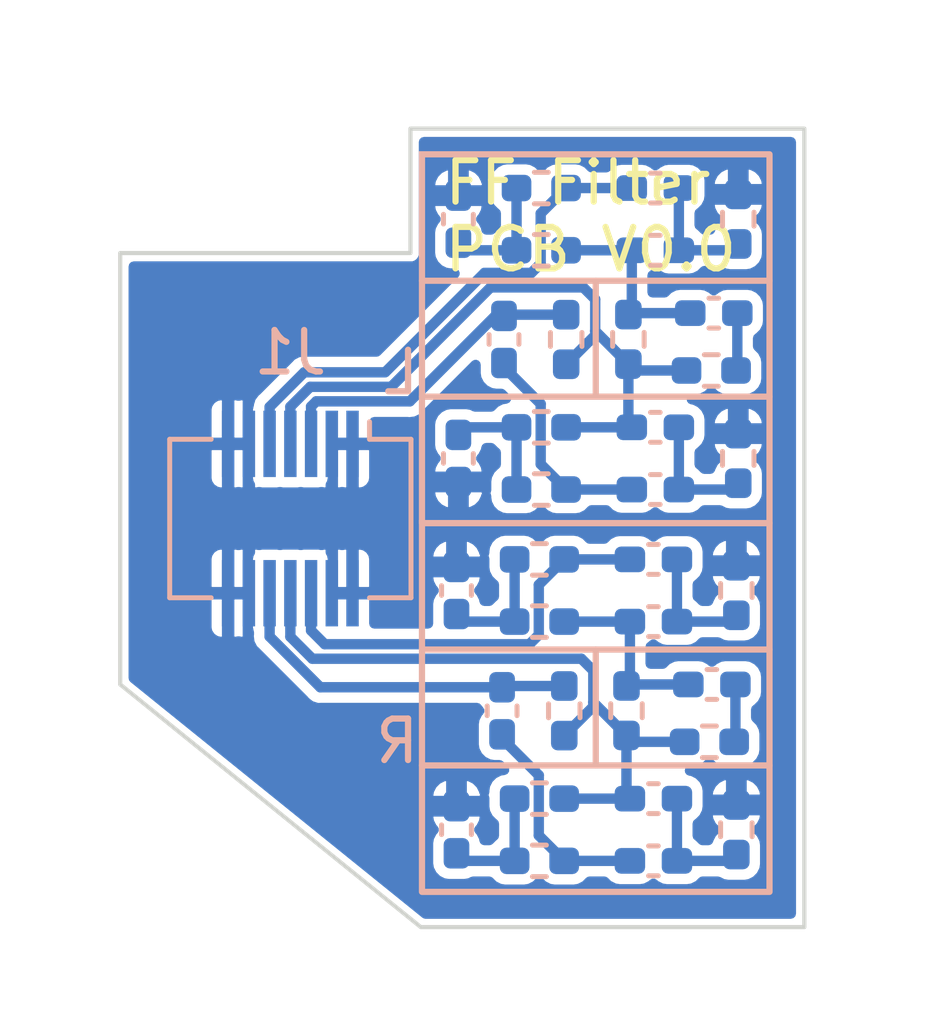
<source format=kicad_pcb>
(kicad_pcb (version 20221018) (generator pcbnew)
  (layers (0 "F.Cu" signal) (1 "In1.Cu" signal) (2 "In2.Cu" signal) (31 "B.Cu" signal) (34 "B.Paste" user) (35 "F.Paste" user) (36 "B.SilkS" user "B.Silkscreen") (37 "F.SilkS" user "F.Silkscreen") (38 "B.Mask" user) (39 "F.Mask" user) (44 "Edge.Cuts" user))
  (net 0 "")
  (net 1 "/filter_R/QMIC")
  (net 2 "Net-(C1-Pad2)")
  (net 3 "Net-(C2-Pad1)")
  (net 4 "GNDA")
  (net 5 "Net-(C3-Pad2)")
  (net 6 "Net-(C4-Pad2)")
  (net 7 "/filter_R/IOP1")
  (net 8 "Net-(C5-Pad2)")
  (net 9 "Net-(C6-Pad1)")
  (net 10 "Net-(C7-Pad2)")
  (net 11 "/filter_R/QOP1")
  (net 12 "/filter_L/QMIC")
  (net 13 "Net-(C11-Pad1)")
  (net 14 "Net-(C10-Pad1)")
  (net 15 "Net-(C11-Pad2)")
  (net 16 "Net-(C12-Pad2)")
  (net 17 "/filter_L/IOP1")
  (net 18 "Net-(C13-Pad2)")
  (net 19 "Net-(C14-Pad1)")
  (net 20 "Net-(C15-Pad2)")
  (net 21 "/filter_L/QOP1")
  (footprint "Resistor_SMD:R_0402_1005Metric_Pad0.72x0.64mm_HandSolder" (layer "B.Cu") (at 79.156 54.201)
    (fp_text reference "R18" hide)
    (fp_text value "6.2k")
    (fp_line (start -0.167621 -0.38) (end 0.167621 -0.38) (stroke (width 0.12)) (layer "B.SilkS"))
    (fp_line (start -0.167621 0.38) (end 0.167621 0.38) (stroke (width 0.12)) (layer "B.SilkS"))
    (pad "1" smd roundrect (at -0.5975 0) (size 0.715 0.64) (layers "B.Cu" "B.Paste" "B.Mask") (net 19 "Net-(C14-Pad1)"))
    (pad "2" smd roundrect (at 0.5975 0) (size 0.715 0.64) (layers "B.Cu" "B.Paste" "B.Mask") (net 20 "Net-(C15-Pad2)"))
  )
  (footprint "Capacitor_SMD:C_0402_1005Metric_Pad0.74x0.62mm_HandSolder" (layer "B.Cu") (at 81.86 57.385 180)
    (fp_text reference "C3" hide)
    (fp_text value "22nF")
    (fp_line (start -0.115835 -0.36) (end 0.115835 -0.36) (stroke (width 0.12)) (layer "B.SilkS"))
    (fp_line (start -0.115835 0.36) (end 0.115835 0.36) (stroke (width 0.12)) (layer "B.SilkS"))
    (pad "1" smd roundrect (at -0.5675 0 180) (size 0.735 0.62) (layers "B.Cu" "B.Paste" "B.Mask") (net 2 "Net-(C1-Pad2)"))
    (pad "2" smd roundrect (at 0.5675 0 180) (size 0.735 0.62) (layers "B.Cu" "B.Paste" "B.Mask") (net 5 "Net-(C3-Pad2)"))
  )
  (footprint "Capacitor_SMD:C_0402_1005Metric_Pad0.74x0.62mm_HandSolder" (layer "B.Cu") (at 77.11 62.4025 90)
    (fp_text reference "C6" hide)
    (fp_text value "15nF")
    (fp_line (start -0.115835 -0.36) (end 0.115835 -0.36) (stroke (width 0.12)) (layer "B.SilkS"))
    (fp_line (start -0.115835 0.36) (end 0.115835 0.36) (stroke (width 0.12)) (layer "B.SilkS"))
    (pad "1" smd roundrect (at -0.5675 0 90) (size 0.735 0.62) (layers "B.Cu" "B.Paste" "B.Mask") (net 9 "Net-(C6-Pad1)"))
    (pad "2" smd roundrect (at 0.5675 0 90) (size 0.735 0.62) (layers "B.Cu" "B.Paste" "B.Mask") (net 4 "GNDA"))
  )
  (footprint "Resistor_SMD:R_0402_1005Metric_Pad0.72x0.64mm_HandSolder" (layer "B.Cu") (at 81.21 59.5325 90)
    (fp_text reference "R4" hide)
    (fp_text value "22k")
    (fp_line (start -0.167621 -0.38) (end 0.167621 -0.38) (stroke (width 0.12)) (layer "B.SilkS"))
    (fp_line (start -0.167621 0.38) (end 0.167621 0.38) (stroke (width 0.12)) (layer "B.SilkS"))
    (pad "1" smd roundrect (at -0.5975 0 90) (size 0.715 0.64) (layers "B.Cu" "B.Paste" "B.Mask") (net 7 "/filter_R/IOP1"))
    (pad "2" smd roundrect (at 0.5975 0 90) (size 0.715 0.64) (layers "B.Cu" "B.Paste" "B.Mask") (net 5 "Net-(C3-Pad2)"))
  )
  (footprint "Capacitor_SMD:C_0402_1005Metric_Pad0.74x0.62mm_HandSolder" (layer "B.Cu") (at 83.316 49.9485)
    (fp_text reference "C12" hide)
    (fp_text value "4.7nF")
    (fp_line (start -0.115835 -0.36) (end 0.115835 -0.36) (stroke (width 0.12)) (layer "B.SilkS"))
    (fp_line (start -0.115835 0.36) (end 0.115835 0.36) (stroke (width 0.12)) (layer "B.SilkS"))
    (pad "1" smd roundrect (at -0.5675 0) (size 0.735 0.62) (layers "B.Cu" "B.Paste" "B.Mask") (net 15 "Net-(C11-Pad2)"))
    (pad "2" smd roundrect (at 0.5675 0) (size 0.735 0.62) (layers "B.Cu" "B.Paste" "B.Mask") (net 16 "Net-(C12-Pad2)"))
  )
  (footprint "Capacitor_SMD:C_0402_1005Metric_Pad0.74x0.62mm_HandSolder" (layer "B.Cu") (at 81.86 55.885)
    (fp_text reference "C1" hide)
    (fp_text value "22nF")
    (fp_line (start -0.115835 -0.36) (end 0.115835 -0.36) (stroke (width 0.12)) (layer "B.SilkS"))
    (fp_line (start -0.115835 0.36) (end 0.115835 0.36) (stroke (width 0.12)) (layer "B.SilkS"))
    (pad "1" smd roundrect (at -0.5675 0) (size 0.735 0.62) (layers "B.Cu" "B.Paste" "B.Mask") (net 1 "/filter_R/QMIC"))
    (pad "2" smd roundrect (at 0.5675 0) (size 0.735 0.62) (layers "B.Cu" "B.Paste" "B.Mask") (net 2 "Net-(C1-Pad2)"))
  )
  (footprint "Resistor_SMD:R_0402_1005Metric_Pad0.72x0.64mm_HandSolder" (layer "B.Cu") (at 83.21 60.2825 180)
    (fp_text reference "R5" hide)
    (fp_text value "22k")
    (fp_line (start -0.167621 -0.38) (end 0.167621 -0.38) (stroke (width 0.12)) (layer "B.SilkS"))
    (fp_line (start -0.167621 0.38) (end 0.167621 0.38) (stroke (width 0.12)) (layer "B.SilkS"))
    (pad "1" smd roundrect (at -0.5975 0 180) (size 0.715 0.64) (layers "B.Cu" "B.Paste" "B.Mask") (net 6 "Net-(C4-Pad2)"))
    (pad "2" smd roundrect (at 0.5975 0 180) (size 0.715 0.64) (layers "B.Cu" "B.Paste" "B.Mask") (net 7 "/filter_R/IOP1"))
  )
  (footprint "Capacitor_SMD:C_0402_1005Metric_Pad0.74x0.62mm_HandSolder" (layer "B.Cu") (at 81.86 63.1525 180)
    (fp_text reference "C7" hide)
    (fp_text value "33nF")
    (fp_line (start -0.115835 -0.36) (end 0.115835 -0.36) (stroke (width 0.12)) (layer "B.SilkS"))
    (fp_line (start -0.115835 0.36) (end 0.115835 0.36) (stroke (width 0.12)) (layer "B.SilkS"))
    (pad "1" smd roundrect (at -0.5675 0 180) (size 0.735 0.62) (layers "B.Cu" "B.Paste" "B.Mask") (net 8 "Net-(C5-Pad2)"))
    (pad "2" smd roundrect (at 0.5675 0 180) (size 0.735 0.62) (layers "B.Cu" "B.Paste" "B.Mask") (net 10 "Net-(C7-Pad2)"))
  )
  (footprint "Resistor_SMD:R_0402_1005Metric_Pad0.72x0.64mm_HandSolder" (layer "B.Cu") (at 83.256 51.331 180)
    (fp_text reference "R14" hide)
    (fp_text value "22k")
    (fp_line (start -0.167621 -0.38) (end 0.167621 -0.38) (stroke (width 0.12)) (layer "B.SilkS"))
    (fp_line (start -0.167621 0.38) (end 0.167621 0.38) (stroke (width 0.12)) (layer "B.SilkS"))
    (pad "1" smd roundrect (at -0.5975 0 180) (size 0.715 0.64) (layers "B.Cu" "B.Paste" "B.Mask") (net 16 "Net-(C12-Pad2)"))
    (pad "2" smd roundrect (at 0.5975 0 180) (size 0.715 0.64) (layers "B.Cu" "B.Paste" "B.Mask") (net 17 "/filter_L/IOP1"))
  )
  (footprint "Capacitor_SMD:C_0402_1005Metric_Pad0.74x0.62mm_HandSolder" (layer "B.Cu") (at 78.256 50.5835 90)
    (fp_text reference "C16" hide)
    (fp_text value "4.7nF")
    (fp_line (start -0.115835 -0.36) (end 0.115835 -0.36) (stroke (width 0.12)) (layer "B.SilkS"))
    (fp_line (start -0.115835 0.36) (end 0.115835 0.36) (stroke (width 0.12)) (layer "B.SilkS"))
    (pad "1" smd roundrect (at -0.5675 0 90) (size 0.735 0.62) (layers "B.Cu" "B.Paste" "B.Mask") (net 20 "Net-(C15-Pad2)"))
    (pad "2" smd roundrect (at 0.5675 0 90) (size 0.735 0.62) (layers "B.Cu" "B.Paste" "B.Mask") (net 21 "/filter_L/QOP1"))
  )
  (footprint "Resistor_SMD:R_0402_1005Metric_Pad0.72x0.64mm_HandSolder" (layer "B.Cu") (at 79.756 50.5835 -90)
    (fp_text reference "R16" hide)
    (fp_text value "22k")
    (fp_line (start -0.167621 -0.38) (end 0.167621 -0.38) (stroke (width 0.12)) (layer "B.SilkS"))
    (fp_line (start -0.167621 0.38) (end 0.167621 0.38) (stroke (width 0.12)) (layer "B.SilkS"))
    (pad "1" smd roundrect (at -0.5975 0 270) (size 0.715 0.64) (layers "B.Cu" "B.Paste" "B.Mask") (net 21 "/filter_L/QOP1"))
    (pad "2" smd roundrect (at 0.5975 0 270) (size 0.715 0.64) (layers "B.Cu" "B.Paste" "B.Mask") (net 17 "/filter_L/IOP1"))
  )
  (footprint "Resistor_SMD:R_0402_1005Metric_Pad0.72x0.64mm_HandSolder" (layer "B.Cu") (at 79.11 63.1525)
    (fp_text reference "R9" hide)
    (fp_text value "6.2k")
    (fp_line (start -0.167621 -0.38) (end 0.167621 -0.38) (stroke (width 0.12)) (layer "B.SilkS"))
    (fp_line (start -0.167621 0.38) (end 0.167621 0.38) (stroke (width 0.12)) (layer "B.SilkS"))
    (pad "1" smd roundrect (at -0.5975 0) (size 0.715 0.64) (layers "B.Cu" "B.Paste" "B.Mask") (net 9 "Net-(C6-Pad1)"))
    (pad "2" smd roundrect (at 0.5975 0) (size 0.715 0.64) (layers "B.Cu" "B.Paste" "B.Mask") (net 10 "Net-(C7-Pad2)"))
  )
  (footprint "Capacitor_SMD:C_0402_1005Metric_Pad0.74x0.62mm_HandSolder" (layer "B.Cu") (at 77.156 47.6835 90)
    (fp_text reference "C10" hide)
    (fp_text value "33nF")
    (fp_line (start -0.115835 -0.36) (end 0.115835 -0.36) (stroke (width 0.12)) (layer "B.SilkS"))
    (fp_line (start -0.115835 0.36) (end 0.115835 0.36) (stroke (width 0.12)) (layer "B.SilkS"))
    (pad "1" smd roundrect (at -0.5675 0 90) (size 0.735 0.62) (layers "B.Cu" "B.Paste" "B.Mask") (net 14 "Net-(C10-Pad1)"))
    (pad "2" smd roundrect (at 0.5675 0 90) (size 0.735 0.62) (layers "B.Cu" "B.Paste" "B.Mask") (net 4 "GNDA"))
  )
  (footprint "Resistor_SMD:R_0402_1005Metric_Pad0.72x0.64mm_HandSolder" (layer "B.Cu") (at 79.11 55.885 180)
    (fp_text reference "R1" hide)
    (fp_text value "3k")
    (fp_line (start -0.167621 -0.38) (end 0.167621 -0.38) (stroke (width 0.12)) (layer "B.SilkS"))
    (fp_line (start -0.167621 0.38) (end 0.167621 0.38) (stroke (width 0.12)) (layer "B.SilkS"))
    (pad "1" smd roundrect (at -0.5975 0 180) (size 0.715 0.64) (layers "B.Cu" "B.Paste" "B.Mask") (net 1 "/filter_R/QMIC"))
    (pad "2" smd roundrect (at 0.5975 0 180) (size 0.715 0.64) (layers "B.Cu" "B.Paste" "B.Mask") (net 3 "Net-(C2-Pad1)"))
  )
  (footprint "Capacitor_SMD:C_0402_1005Metric_Pad0.74x0.62mm_HandSolder" (layer "B.Cu") (at 81.906 48.4335 180)
    (fp_text reference "C11" hide)
    (fp_text value "22nF")
    (fp_line (start -0.115835 -0.36) (end 0.115835 -0.36) (stroke (width 0.12)) (layer "B.SilkS"))
    (fp_line (start -0.115835 0.36) (end 0.115835 0.36) (stroke (width 0.12)) (layer "B.SilkS"))
    (pad "1" smd roundrect (at -0.5675 0 180) (size 0.735 0.62) (layers "B.Cu" "B.Paste" "B.Mask") (net 13 "Net-(C11-Pad1)"))
    (pad "2" smd roundrect (at 0.5675 0 180) (size 0.735 0.62) (layers "B.Cu" "B.Paste" "B.Mask") (net 15 "Net-(C11-Pad2)"))
  )
  (footprint "Capacitor_SMD:C_0402_1005Metric_Pad0.74x0.62mm_HandSolder" (layer "B.Cu") (at 77.11 56.635 90)
    (fp_text reference "C2" hide)
    (fp_text value "33nF")
    (fp_line (start -0.115835 -0.36) (end 0.115835 -0.36) (stroke (width 0.12)) (layer "B.SilkS"))
    (fp_line (start -0.115835 0.36) (end 0.115835 0.36) (stroke (width 0.12)) (layer "B.SilkS"))
    (pad "1" smd roundrect (at -0.5675 0 90) (size 0.735 0.62) (layers "B.Cu" "B.Paste" "B.Mask") (net 3 "Net-(C2-Pad1)"))
    (pad "2" smd roundrect (at 0.5675 0 90) (size 0.735 0.62) (layers "B.Cu" "B.Paste" "B.Mask") (net 4 "GNDA"))
  )
  (footprint "Capacitor_SMD:C_0402_1005Metric_Pad0.74x0.62mm_HandSolder" (layer "B.Cu") (at 78.21 59.535 90)
    (fp_text reference "C8" hide)
    (fp_text value "4.7nF")
    (fp_line (start -0.115835 -0.36) (end 0.115835 -0.36) (stroke (width 0.12)) (layer "B.SilkS"))
    (fp_line (start -0.115835 0.36) (end 0.115835 0.36) (stroke (width 0.12)) (layer "B.SilkS"))
    (pad "1" smd roundrect (at -0.5675 0 90) (size 0.735 0.62) (layers "B.Cu" "B.Paste" "B.Mask") (net 10 "Net-(C7-Pad2)"))
    (pad "2" smd roundrect (at 0.5675 0 90) (size 0.735 0.62) (layers "B.Cu" "B.Paste" "B.Mask") (net 11 "/filter_R/QOP1"))
  )
  (footprint "Resistor_SMD:R_0402_1005Metric_Pad0.72x0.64mm_HandSolder" (layer "B.Cu") (at 79.156 48.4335)
    (fp_text reference "R12" hide)
    (fp_text value "3k")
    (fp_line (start -0.167621 -0.38) (end 0.167621 -0.38) (stroke (width 0.12)) (layer "B.SilkS"))
    (fp_line (start -0.167621 0.38) (end 0.167621 0.38) (stroke (width 0.12)) (layer "B.SilkS"))
    (pad "1" smd roundrect (at -0.5975 0) (size 0.715 0.64) (layers "B.Cu" "B.Paste" "B.Mask") (net 14 "Net-(C10-Pad1)"))
    (pad "2" smd roundrect (at 0.5975 0) (size 0.715 0.64) (layers "B.Cu" "B.Paste" "B.Mask") (net 15 "Net-(C11-Pad2)"))
  )
  (footprint "Resistor_SMD:R_0402_1005Metric_Pad0.72x0.64mm_HandSolder" (layer "B.Cu") (at 83.906 53.451 90)
    (fp_text reference "R17" hide)
    (fp_text value "1k")
    (fp_line (start -0.167621 -0.38) (end 0.167621 -0.38) (stroke (width 0.12)) (layer "B.SilkS"))
    (fp_line (start -0.167621 0.38) (end 0.167621 0.38) (stroke (width 0.12)) (layer "B.SilkS"))
    (pad "1" smd roundrect (at -0.5975 0 90) (size 0.715 0.64) (layers "B.Cu" "B.Paste" "B.Mask") (net 18 "Net-(C13-Pad2)"))
    (pad "2" smd roundrect (at 0.5975 0 90) (size 0.715 0.64) (layers "B.Cu" "B.Paste" "B.Mask") (net 4 "GNDA"))
  )
  (footprint "Capacitor_SMD:C_0402_1005Metric_Pad0.74x0.62mm_HandSolder" (layer "B.Cu") (at 83.27 58.9)
    (fp_text reference "C4" hide)
    (fp_text value "4.7nF")
    (fp_line (start -0.115835 -0.36) (end 0.115835 -0.36) (stroke (width 0.12)) (layer "B.SilkS"))
    (fp_line (start -0.115835 0.36) (end 0.115835 0.36) (stroke (width 0.12)) (layer "B.SilkS"))
    (pad "1" smd roundrect (at -0.5675 0) (size 0.735 0.62) (layers "B.Cu" "B.Paste" "B.Mask") (net 5 "Net-(C3-Pad2)"))
    (pad "2" smd roundrect (at 0.5675 0) (size 0.735 0.62) (layers "B.Cu" "B.Paste" "B.Mask") (net 6 "Net-(C4-Pad2)"))
  )
  (footprint "Capacitor_SMD:C_0402_1005Metric_Pad0.74x0.62mm_HandSolder" (layer "B.Cu") (at 81.906 54.201 180)
    (fp_text reference "C15" hide)
    (fp_text value "33nF")
    (fp_line (start -0.115835 -0.36) (end 0.115835 -0.36) (stroke (width 0.12)) (layer "B.SilkS"))
    (fp_line (start -0.115835 0.36) (end 0.115835 0.36) (stroke (width 0.12)) (layer "B.SilkS"))
    (pad "1" smd roundrect (at -0.5675 0 180) (size 0.735 0.62) (layers "B.Cu" "B.Paste" "B.Mask") (net 18 "Net-(C13-Pad2)"))
    (pad "2" smd roundrect (at 0.5675 0 180) (size 0.735 0.62) (layers "B.Cu" "B.Paste" "B.Mask") (net 20 "Net-(C15-Pad2)"))
  )
  (footprint "Resistor_SMD:R_0402_1005Metric_Pad0.72x0.64mm_HandSolder" (layer "B.Cu") (at 83.86 56.635 90)
    (fp_text reference "R2" hide)
    (fp_text value "5.5k")
    (fp_line (start -0.167621 -0.38) (end 0.167621 -0.38) (stroke (width 0.12)) (layer "B.SilkS"))
    (fp_line (start -0.167621 0.38) (end 0.167621 0.38) (stroke (width 0.12)) (layer "B.SilkS"))
    (pad "1" smd roundrect (at -0.5975 0 90) (size 0.715 0.64) (layers "B.Cu" "B.Paste" "B.Mask") (net 2 "Net-(C1-Pad2)"))
    (pad "2" smd roundrect (at 0.5975 0 90) (size 0.715 0.64) (layers "B.Cu" "B.Paste" "B.Mask") (net 4 "GNDA"))
  )
  (footprint "Capacitor_SMD:C_0402_1005Metric_Pad0.74x0.62mm_HandSolder" (layer "B.Cu") (at 77.156 53.451 -90)
    (fp_text reference "C14" hide)
    (fp_text value "15nF")
    (fp_line (start -0.115835 -0.36) (end 0.115835 -0.36) (stroke (width 0.12)) (layer "B.SilkS"))
    (fp_line (start -0.115835 0.36) (end 0.115835 0.36) (stroke (width 0.12)) (layer "B.SilkS"))
    (pad "1" smd roundrect (at -0.5675 0 270) (size 0.735 0.62) (layers "B.Cu" "B.Paste" "B.Mask") (net 19 "Net-(C14-Pad1)"))
    (pad "2" smd roundrect (at 0.5675 0 270) (size 0.735 0.62) (layers "B.Cu" "B.Paste" "B.Mask") (net 4 "GNDA"))
  )
  (footprint "Resistor_SMD:R_0402_1005Metric_Pad0.72x0.64mm_HandSolder" (layer "B.Cu") (at 79.71 59.535 -90)
    (fp_text reference "R7" hide)
    (fp_text value "22k")
    (fp_line (start -0.167621 -0.38) (end 0.167621 -0.38) (stroke (width 0.12)) (layer "B.SilkS"))
    (fp_line (start -0.167621 0.38) (end 0.167621 0.38) (stroke (width 0.12)) (layer "B.SilkS"))
    (pad "1" smd roundrect (at -0.5975 0 270) (size 0.715 0.64) (layers "B.Cu" "B.Paste" "B.Mask") (net 11 "/filter_R/QOP1"))
    (pad "2" smd roundrect (at 0.5975 0 270) (size 0.715 0.64) (layers "B.Cu" "B.Paste" "B.Mask") (net 7 "/filter_R/IOP1"))
  )
  (footprint "Resistor_SMD:R_0402_1005Metric_Pad0.72x0.64mm_HandSolder" (layer "B.Cu") (at 83.906 47.6835 90)
    (fp_text reference "R11" hide)
    (fp_text value "5.5k")
    (fp_line (start -0.167621 -0.38) (end 0.167621 -0.38) (stroke (width 0.12)) (layer "B.SilkS"))
    (fp_line (start -0.167621 0.38) (end 0.167621 0.38) (stroke (width 0.12)) (layer "B.SilkS"))
    (pad "1" smd roundrect (at -0.5975 0 90) (size 0.715 0.64) (layers "B.Cu" "B.Paste" "B.Mask") (net 13 "Net-(C11-Pad1)"))
    (pad "2" smd roundrect (at 0.5975 0 90) (size 0.715 0.64) (layers "B.Cu" "B.Paste" "B.Mask") (net 4 "GNDA"))
  )
  (footprint "Resistor_SMD:R_0402_1005Metric_Pad0.72x0.64mm_HandSolder" (layer "B.Cu") (at 79.156 46.9335 180)
    (fp_text reference "R10" hide)
    (fp_text value "3k")
    (fp_line (start -0.167621 -0.38) (end 0.167621 -0.38) (stroke (width 0.12)) (layer "B.SilkS"))
    (fp_line (start -0.167621 0.38) (end 0.167621 0.38) (stroke (width 0.12)) (layer "B.SilkS"))
    (pad "1" smd roundrect (at -0.5975 0 180) (size 0.715 0.64) (layers "B.Cu" "B.Paste" "B.Mask") (net 12 "/filter_L/QMIC"))
    (pad "2" smd roundrect (at 0.5975 0 180) (size 0.715 0.64) (layers "B.Cu" "B.Paste" "B.Mask") (net 14 "Net-(C10-Pad1)"))
  )
  (footprint "Capacitor_SMD:C_0402_1005Metric_Pad0.74x0.62mm_HandSolder" (layer "B.Cu") (at 81.906 52.701)
    (fp_text reference "C13" hide)
    (fp_text value "33nF")
    (fp_line (start -0.115835 -0.36) (end 0.115835 -0.36) (stroke (width 0.12)) (layer "B.SilkS"))
    (fp_line (start -0.115835 0.36) (end 0.115835 0.36) (stroke (width 0.12)) (layer "B.SilkS"))
    (pad "1" smd roundrect (at -0.5675 0) (size 0.735 0.62) (layers "B.Cu" "B.Paste" "B.Mask") (net 17 "/filter_L/IOP1"))
    (pad "2" smd roundrect (at 0.5675 0) (size 0.735 0.62) (layers "B.Cu" "B.Paste" "B.Mask") (net 18 "Net-(C13-Pad2)"))
  )
  (footprint "Resistor_SMD:R_0402_1005Metric_Pad0.72x0.64mm_HandSolder" (layer "B.Cu") (at 81.256 50.581 90)
    (fp_text reference "R13" hide)
    (fp_text value "22k")
    (fp_line (start -0.167621 -0.38) (end 0.167621 -0.38) (stroke (width 0.12)) (layer "B.SilkS"))
    (fp_line (start -0.167621 0.38) (end 0.167621 0.38) (stroke (width 0.12)) (layer "B.SilkS"))
    (pad "1" smd roundrect (at -0.5975 0 90) (size 0.715 0.64) (layers "B.Cu" "B.Paste" "B.Mask") (net 17 "/filter_L/IOP1"))
    (pad "2" smd roundrect (at 0.5975 0 90) (size 0.715 0.64) (layers "B.Cu" "B.Paste" "B.Mask") (net 15 "Net-(C11-Pad2)"))
  )
  (footprint "Resistor_SMD:R_0402_1005Metric_Pad0.72x0.64mm_HandSolder" (layer "B.Cu") (at 83.86 62.4025 90)
    (fp_text reference "R8" hide)
    (fp_text value "1k")
    (fp_line (start -0.167621 -0.38) (end 0.167621 -0.38) (stroke (width 0.12)) (layer "B.SilkS"))
    (fp_line (start -0.167621 0.38) (end 0.167621 0.38) (stroke (width 0.12)) (layer "B.SilkS"))
    (pad "1" smd roundrect (at -0.5975 0 90) (size 0.715 0.64) (layers "B.Cu" "B.Paste" "B.Mask") (net 8 "Net-(C5-Pad2)"))
    (pad "2" smd roundrect (at 0.5975 0 90) (size 0.715 0.64) (layers "B.Cu" "B.Paste" "B.Mask") (net 4 "GNDA"))
  )
  (footprint "Resistor_SMD:R_0402_1005Metric_Pad0.72x0.64mm_HandSolder" (layer "B.Cu") (at 79.11 57.385)
    (fp_text reference "R3" hide)
    (fp_text value "3k")
    (fp_line (start -0.167621 -0.38) (end 0.167621 -0.38) (stroke (width 0.12)) (layer "B.SilkS"))
    (fp_line (start -0.167621 0.38) (end 0.167621 0.38) (stroke (width 0.12)) (layer "B.SilkS"))
    (pad "1" smd roundrect (at -0.5975 0) (size 0.715 0.64) (layers "B.Cu" "B.Paste" "B.Mask") (net 3 "Net-(C2-Pad1)"))
    (pad "2" smd roundrect (at 0.5975 0) (size 0.715 0.64) (layers "B.Cu" "B.Paste" "B.Mask") (net 5 "Net-(C3-Pad2)"))
  )
  (footprint "Connector_Hirose:Hirose_DF12_DF12C3.0-14DS-0.5V_2x07_P0.50mm_Vertical" (layer "B.Cu") (at 73.102738 54.9 180)
    (fp_text reference "J1" (at 0 4) (layer "B.SilkS") (effects (justify mirror)))
    (fp_text value "FF_Filters")
    (fp_line (start -2.91 -1.91) (end -2.91 1.91) (stroke (width 0.12)) (layer "B.SilkS"))
    (fp_line (start -2.91 1.91) (end -1.91 1.91) (stroke (width 0.12)) (layer "B.SilkS"))
    (fp_line (start -1.91 -1.91) (end -2.91 -1.91) (stroke (width 0.12)) (layer "B.SilkS"))
    (fp_line (start -1.91 1.91) (end -1.91 2.333333) (stroke (width 0.12)) (layer "B.SilkS"))
    (fp_line (start 1.91 -1.91) (end 2.91 -1.91) (stroke (width 0.12)) (layer "B.SilkS"))
    (fp_line (start 2.91 -1.91) (end 2.91 1.91) (stroke (width 0.12)) (layer "B.SilkS"))
    (fp_line (start 2.91 1.91) (end 1.91 1.91) (stroke (width 0.12)) (layer "B.SilkS"))
    (pad "1" smd rect (at -1.5 1.8 180) (size 0.3 1.6) (layers "B.Cu" "B.Mask") (net 4 "GNDA"))
    (pad "2" smd rect (at -1 1.8 180) (size 0.3 1.6) (layers "B.Cu" "B.Mask") (net 4 "GNDA"))
    (pad "3" smd rect (at -0.5 1.8 180) (size 0.3 1.6) (layers "B.Cu" "B.Mask") (net 21 "/filter_L/QOP1"))
    (pad "4" smd rect (at 0 1.8 180) (size 0.3 1.6) (layers "B.Cu" "B.Mask") (net 17 "/filter_L/IOP1"))
    (pad "5" smd rect (at 0.5 1.8 180) (size 0.3 1.6) (layers "B.Cu" "B.Mask") (net 12 "/filter_L/QMIC"))
    (pad "6" smd rect (at 1 1.8 180) (size 0.3 1.6) (layers "B.Cu" "B.Mask") (net 4 "GNDA"))
    (pad "7" smd rect (at 1.5 1.8 180) (size 0.3 1.6) (layers "B.Cu" "B.Mask") (net 4 "GNDA"))
    (pad "8" smd rect (at -1.5 -1.8 180) (size 0.3 1.6) (layers "B.Cu" "B.Mask") (net 4 "GNDA"))
    (pad "9" smd rect (at -1 -1.8 180) (size 0.3 1.6) (layers "B.Cu" "B.Mask") (net 4 "GNDA"))
    (pad "10" smd rect (at -0.5 -1.8 180) (size 0.3 1.6) (layers "B.Cu" "B.Mask") (net 1 "/filter_R/QMIC"))
    (pad "11" smd rect (at 0 -1.8 180) (size 0.3 1.6) (layers "B.Cu" "B.Mask") (net 7 "/filter_R/IOP1"))
    (pad "12" smd rect (at 0.5 -1.8 180) (size 0.3 1.6) (layers "B.Cu" "B.Mask") (net 11 "/filter_R/QOP1"))
    (pad "13" smd rect (at 1 -1.8 180) (size 0.3 1.6) (layers "B.Cu" "B.Mask") (net 4 "GNDA"))
    (pad "14" smd rect (at 1.5 -1.8 180) (size 0.3 1.6) (layers "B.Cu" "B.Mask") (net 4 "GNDA"))
  )
  (footprint "Capacitor_SMD:C_0402_1005Metric_Pad0.74x0.62mm_HandSolder" (layer "B.Cu") (at 81.906 46.9335)
    (fp_text reference "C9" hide)
    (fp_text value "22nF")
    (fp_line (start -0.115835 -0.36) (end 0.115835 -0.36) (stroke (width 0.12)) (layer "B.SilkS"))
    (fp_line (start -0.115835 0.36) (end 0.115835 0.36) (stroke (width 0.12)) (layer "B.SilkS"))
    (pad "1" smd roundrect (at -0.5675 0) (size 0.735 0.62) (layers "B.Cu" "B.Paste" "B.Mask") (net 12 "/filter_L/QMIC"))
    (pad "2" smd roundrect (at 0.5675 0) (size 0.735 0.62) (layers "B.Cu" "B.Paste" "B.Mask") (net 13 "Net-(C11-Pad1)"))
  )
  (footprint "Capacitor_SMD:C_0402_1005Metric_Pad0.74x0.62mm_HandSolder" (layer "B.Cu") (at 81.86 61.6525)
    (fp_text reference "C5" hide)
    (fp_text value "33nF")
    (fp_line (start -0.115835 -0.36) (end 0.115835 -0.36) (stroke (width 0.12)) (layer "B.SilkS"))
    (fp_line (start -0.115835 0.36) (end 0.115835 0.36) (stroke (width 0.12)) (layer "B.SilkS"))
    (pad "1" smd roundrect (at -0.5675 0) (size 0.735 0.62) (layers "B.Cu" "B.Paste" "B.Mask") (net 7 "/filter_R/IOP1"))
    (pad "2" smd roundrect (at 0.5675 0) (size 0.735 0.62) (layers "B.Cu" "B.Paste" "B.Mask") (net 8 "Net-(C5-Pad2)"))
  )
  (footprint "Resistor_SMD:R_0402_1005Metric_Pad0.72x0.64mm_HandSolder" (layer "B.Cu") (at 79.156 52.701 180)
    (fp_text reference "R15" hide)
    (fp_text value "6.2k")
    (fp_line (start -0.167621 -0.38) (end 0.167621 -0.38) (stroke (width 0.12)) (layer "B.SilkS"))
    (fp_line (start -0.167621 0.38) (end 0.167621 0.38) (stroke (width 0.12)) (layer "B.SilkS"))
    (pad "1" smd roundrect (at -0.5975 0 180) (size 0.715 0.64) (layers "B.Cu" "B.Paste" "B.Mask") (net 17 "/filter_L/IOP1"))
    (pad "2" smd roundrect (at 0.5975 0 180) (size 0.715 0.64) (layers "B.Cu" "B.Paste" "B.Mask") (net 19 "Net-(C14-Pad1)"))
  )
  (footprint "Resistor_SMD:R_0402_1005Metric_Pad0.72x0.64mm_HandSolder" (layer "B.Cu") (at 79.11 61.6525 180)
    (fp_text reference "R6" hide)
    (fp_text value "6.2k")
    (fp_line (start -0.167621 -0.38) (end 0.167621 -0.38) (stroke (width 0.12)) (layer "B.SilkS"))
    (fp_line (start -0.167621 0.38) (end 0.167621 0.38) (stroke (width 0.12)) (layer "B.SilkS"))
    (pad "1" smd roundrect (at -0.5975 0 180) (size 0.715 0.64) (layers "B.Cu" "B.Paste" "B.Mask") (net 7 "/filter_R/IOP1"))
    (pad "2" smd roundrect (at 0.5975 0 180) (size 0.715 0.64) (layers "B.Cu" "B.Paste" "B.Mask") (net 9 "Net-(C6-Pad1)"))
  )
  (gr_rect (start 76.278 46.12) (end 84.66 55.01) (stroke (width 0.15)) (fill none) (layer "B.SilkS"))
  (gr_line (start 84.66 51.962) (end 76.278 51.962) (stroke (width 0.15)) (layer "B.SilkS"))
  (gr_line (start 80.469 51.962) (end 80.469 49.168) (stroke (width 0.15)) (layer "B.SilkS"))
  (gr_line (start 76.278 60.852) (end 84.66 60.852) (stroke (width 0.15)) (layer "B.SilkS"))
  (gr_line (start 80.469 58.058) (end 80.469 60.852) (stroke (width 0.15)) (layer "B.SilkS"))
  (gr_line (start 76.278 58.058) (end 84.66 58.058) (stroke (width 0.15)) (layer "B.SilkS"))
  (gr_line (start 84.66 49.168) (end 76.278 49.168) (stroke (width 0.15)) (layer "B.SilkS"))
  (gr_rect (start 76.278 55.01) (end 84.66 63.9) (stroke (width 0.15)) (fill none) (layer "B.SilkS"))
  (gr_poly (pts (xy 85.5 45.5) (xy 85.5 64.75) (xy 76.25 64.75) (xy 69 58.9) (xy 69 48.5) (xy 76 48.5) (xy 76 45.5)) (stroke (width 0.1)) (fill none) (layer "Edge.Cuts"))
  (gr_text "R" (at 76.278 60.852) (layer "B.SilkS") (effects (font (size 1 1)) (justify left bottom mirror)))
  (gr_text "L" (at 76.278 51.962) (layer "B.SilkS") (effects (font (size 1 1)) (justify left bottom mirror)))
  (gr_text "FF Filter \nPCB V0.0" (at 76.75 49) (layer "F.SilkS") (effects (font (size 1 1)) (justify left bottom)))
  (segment (start 79.7075 55.885) (end 79.095 56.4975) (width 0.25) (layer "B.Cu") (net 1))
  (segment (start 79.095 57.704472) (end 78.869472 57.93) (width 0.25) (layer "B.Cu") (net 1))
  (segment (start 79.7075 55.885) (end 81.2925 55.885) (width 0.25) (layer "B.Cu") (net 1))
  (segment (start 73.602738 57.6) (end 73.602738 56.7) (width 0.25) (layer "B.Cu") (net 1))
  (segment (start 73.932738 57.93) (end 78.869472 57.93) (width 0.25) (layer "B.Cu") (net 1))
  (segment (start 79.095 56.4975) (end 79.095 57.704472) (width 0.25) (layer "B.Cu") (net 1))
  (segment (start 73.932738 57.93) (end 73.602738 57.6) (width 0.25) (layer "B.Cu") (net 1))
  (segment (start 82.4275 57.385) (end 83.7075 57.385) (width 0.25) (layer "B.Cu") (net 2))
  (segment (start 82.4275 57.385) (end 82.4275 55.885) (width 0.25) (layer "B.Cu") (net 2))
  (segment (start 83.7075 57.385) (end 83.86 57.2325) (width 0.25) (layer "B.Cu") (net 2))
  (segment (start 78.5125 57.385) (end 77.2925 57.385) (width 0.25) (layer "B.Cu") (net 3))
  (segment (start 77.2925 57.385) (end 77.11 57.2025) (width 0.25) (layer "B.Cu") (net 3))
  (segment (start 78.5125 57.385) (end 78.5125 55.885) (width 0.25) (layer "B.Cu") (net 3))
  (segment (start 71.602738 53.1) (end 72.102738 53.1) (width 0.25) (layer "B.Cu") (net 4))
  (segment (start 77.3385 54.201) (end 77.156 54.0185) (width 0.25) (layer "B.Cu") (net 4))
  (segment (start 71.602738 56.7) (end 72.102738 56.7) (width 0.25) (layer "B.Cu") (net 4))
  (segment (start 83.8175 56.08) (end 83.86 56.0375) (width 0.25) (layer "B.Cu") (net 4))
  (segment (start 74.102738 53.1) (end 74.602738 53.1) (width 0.25) (layer "B.Cu") (net 4))
  (segment (start 74.102738 56.7) (end 74.602738 56.7) (width 0.25) (layer "B.Cu") (net 4))
  (segment (start 82.7025 58.9) (end 81.245 58.9) (width 0.25) (layer "B.Cu") (net 5))
  (segment (start 81.2925 57.385) (end 79.7075 57.385) (width 0.25) (layer "B.Cu") (net 5))
  (segment (start 81.2925 57.385) (end 81.2925 58.9525) (width 0.25) (layer "B.Cu") (net 5))
  (segment (start 83.8375 60.2525) (end 83.8075 60.2825) (width 0.25) (layer "B.Cu") (net 6))
  (segment (start 83.8375 58.9) (end 83.8375 60.2525) (width 0.25) (layer "B.Cu") (net 6))
  (segment (start 81.2925 61.6525) (end 79.7075 61.6525) (width 0.25) (layer "B.Cu") (net 7))
  (segment (start 81.21 60.23) (end 81.21 61.57) (width 0.25) (layer "B.Cu") (net 7))
  (segment (start 80.1225 58.28) (end 73.632738 58.28) (width 0.25) (layer "B.Cu") (net 7))
  (segment (start 80.41 59.33) (end 81.21 60.13) (width 0.25) (layer "B.Cu") (net 7))
  (segment (start 80.41 58.5675) (end 80.1225 58.28) (width 0.25) (layer "B.Cu") (net 7))
  (segment (start 80.41 59.33) (end 80.41 58.5675) (width 0.25) (layer "B.Cu") (net 7))
  (segment (start 80.41 59.33) (end 80.41 59.4325) (width 0.25) (layer "B.Cu") (net 7))
  (segment (start 81.3625 60.2825) (end 81.21 60.13) (width 0.25) (layer "B.Cu") (net 7))
  (segment (start 82.6125 60.2825) (end 81.3625 60.2825) (width 0.25) (layer "B.Cu") (net 7))
  (segment (start 73.102738 57.75) (end 73.102738 56.7) (width 0.25) (layer "B.Cu") (net 7))
  (segment (start 81.21 61.57) (end 81.2925 61.6525) (width 0.25) (layer "B.Cu") (net 7))
  (segment (start 73.632738 58.28) (end 73.102738 57.75) (width 0.25) (layer "B.Cu") (net 7))
  (segment (start 80.41 59.4325) (end 79.71 60.1325) (width 0.25) (layer "B.Cu") (net 7))
  (segment (start 81.2925 60.2125) (end 81.21 60.13) (width 0.25) (layer "B.Cu") (net 7))
  (segment (start 82.4275 63.1525) (end 82.4275 61.6525) (width 0.25) (layer "B.Cu") (net 8))
  (segment (start 83.7075 63.1525) (end 83.86 63) (width 0.25) (layer "B.Cu") (net 8))
  (segment (start 82.4275 63.1525) (end 83.7075 63.1525) (width 0.25) (layer "B.Cu") (net 8))
  (segment (start 77.2925 63.1525) (end 77.11 62.97) (width 0.25) (layer "B.Cu") (net 9))
  (segment (start 78.5125 61.6525) (end 78.5125 63.1525) (width 0.25) (layer "B.Cu") (net 9))
  (segment (start 78.5125 63.1525) (end 77.2925 63.1525) (width 0.25) (layer "B.Cu") (net 9))
  (segment (start 78.21 60.2025) (end 79.095 61.0875) (width 0.25) (layer "B.Cu") (net 10))
  (segment (start 79.7075 63.1525) (end 79.095 62.54) (width 0.25) (layer "B.Cu") (net 10))
  (segment (start 79.095 61.0875) (end 79.095 62.54) (width 0.25) (layer "B.Cu") (net 10))
  (segment (start 79.7075 63.1525) (end 81.2925 63.1525) (width 0.25) (layer "B.Cu") (net 10))
  (segment (start 73.825264 58.9675) (end 72.602738 57.744974) (width 0.25) (layer "B.Cu") (net 11))
  (segment (start 79.71 58.9375) (end 78.24 58.9375) (width 0.25) (layer "B.Cu") (net 11))
  (segment (start 73.825264 58.9675) (end 78.21 58.9675) (width 0.25) (layer "B.Cu") (net 11))
  (segment (start 72.602738 57.744974) (end 72.602738 56.7) (width 0.25) (layer "B.Cu") (net 11))
  (segment (start 79.141 47.546) (end 79.141 48.752972) (width 0.25) (layer "B.Cu") (net 12))
  (segment (start 79.7535 46.9335) (end 79.141 47.546) (width 0.25) (layer "B.Cu") (net 12))
  (segment (start 77.786526 48.9785) (end 75.390026 51.375) (width 0.25) (layer "B.Cu") (net 12))
  (segment (start 73.43779 51.375) (end 72.602738 52.210052) (width 0.25) (layer "B.Cu") (net 12))
  (segment (start 79.7535 46.9335) (end 81.3385 46.9335) (width 0.25) (layer "B.Cu") (net 12))
  (segment (start 78.915472 48.9785) (end 77.786526 48.9785) (width 0.25) (layer "B.Cu") (net 12))
  (segment (start 73.43779 51.375) (end 75.375 51.375) (width 0.25) (layer "B.Cu") (net 12))
  (segment (start 79.141 48.752972) (end 78.915472 48.9785) (width 0.25) (layer "B.Cu") (net 12))
  (segment (start 72.602738 52.210052) (end 72.602738 53.1) (width 0.25) (layer "B.Cu") (net 12))
  (segment (start 82.4735 48.4335) (end 83.7535 48.4335) (width 0.25) (layer "B.Cu") (net 13))
  (segment (start 83.7535 48.4335) (end 83.906 48.281) (width 0.25) (layer "B.Cu") (net 13))
  (segment (start 82.4735 48.4335) (end 82.4735 46.9335) (width 0.25) (layer "B.Cu") (net 13))
  (segment (start 78.5585 48.4335) (end 78.5585 46.9335) (width 0.25) (layer "B.Cu") (net 14))
  (segment (start 77.3385 48.4335) (end 77.156 48.251) (width 0.25) (layer "B.Cu") (net 14))
  (segment (start 78.5585 48.4335) (end 77.3385 48.4335) (width 0.25) (layer "B.Cu") (net 14))
  (segment (start 82.7485 49.9485) (end 81.291 49.9485) (width 0.25) (layer "B.Cu") (net 15))
  (segment (start 81.3385 48.4335) (end 79.7535 48.4335) (width 0.25) (layer "B.Cu") (net 15))
  (segment (start 81.3385 48.4335) (end 81.3385 50.001) (width 0.25) (layer "B.Cu") (net 15))
  (segment (start 83.8835 49.9485) (end 83.8835 51.301) (width 0.25) (layer "B.Cu") (net 16))
  (segment (start 83.8835 51.301) (end 83.8535 51.331) (width 0.25) (layer "B.Cu") (net 16))
  (segment (start 80.456 49.616) (end 80.1685 49.3285) (width 0.25) (layer "B.Cu") (net 17))
  (segment (start 81.4085 51.331) (end 81.256 51.1785) (width 0.25) (layer "B.Cu") (net 17))
  (segment (start 80.456 50.481) (end 79.756 51.181) (width 0.25) (layer "B.Cu") (net 17))
  (segment (start 81.3385 51.261) (end 81.256 51.1785) (width 0.25) (layer "B.Cu") (net 17))
  (segment (start 81.3385 52.701) (end 79.7535 52.701) (width 0.25) (layer "B.Cu") (net 17))
  (segment (start 82.6585 51.331) (end 81.4085 51.331) (width 0.25) (layer "B.Cu") (net 17))
  (segment (start 80.456 50.3785) (end 81.256 51.1785) (width 0.25) (layer "B.Cu") (net 17))
  (segment (start 81.256 52.6185) (end 81.3385 52.701) (width 0.25) (layer "B.Cu") (net 17))
  (segment (start 80.456 50.3785) (end 80.456 50.481) (width 0.25) (layer "B.Cu") (net 17))
  (segment (start 77.9315 49.3285) (end 75.535 51.725) (width 0.25) (layer "B.Cu") (net 17))
  (segment (start 73.102738 52.205026) (end 73.102738 53.1) (width 0.25) (layer "B.Cu") (net 17))
  (segment (start 73.582764 51.725) (end 73.102738 52.205026) (width 0.25) (layer "B.Cu") (net 17))
  (segment (start 81.256 51.2785) (end 81.256 52.6185) (width 0.25) (layer "B.Cu") (net 17))
  (segment (start 80.1685 49.3285) (end 77.9315 49.3285) (width 0.25) (layer "B.Cu") (net 17))
  (segment (start 75.535 51.725) (end 73.582764 51.725) (width 0.25) (layer "B.Cu") (net 17))
  (segment (start 80.456 50.3785) (end 80.456 49.616) (width 0.25) (layer "B.Cu") (net 17))
  (segment (start 82.4735 54.201) (end 83.7535 54.201) (width 0.25) (layer "B.Cu") (net 18))
  (segment (start 82.4735 54.201) (end 82.4735 52.701) (width 0.25) (layer "B.Cu") (net 18))
  (segment (start 83.7535 54.201) (end 83.906 54.0485) (width 0.25) (layer "B.Cu") (net 18))
  (segment (start 77.3385 52.701) (end 77.156 52.8835) (width 0.25) (layer "B.Cu") (net 19))
  (segment (start 78.5585 52.701) (end 77.3385 52.701) (width 0.25) (layer "B.Cu") (net 19))
  (segment (start 78.5585 52.701) (end 78.5585 54.201) (width 0.25) (layer "B.Cu") (net 19))
  (segment (start 79.141 52.136) (end 79.141 53.5885) (width 0.25) (layer "B.Cu") (net 20))
  (segment (start 79.7535 54.201) (end 81.3385 54.201) (width 0.25) (layer "B.Cu") (net 20))
  (segment (start 78.256 51.251) (end 79.141 52.136) (width 0.25) (layer "B.Cu") (net 20))
  (segment (start 79.7535 54.201) (end 79.141 53.5885) (width 0.25) (layer "B.Cu") (net 20))
  (segment (start 78.256 50.016) (end 78.044 50.016) (width 0.25) (layer "B.Cu") (net 21))
  (segment (start 73.602738 52.2) (end 73.602738 53.1) (width 0.25) (layer "B.Cu") (net 21))
  (segment (start 79.756 49.986) (end 78.286 49.986) (width 0.25) (layer "B.Cu") (net 21))
  (segment (start 73.727738 52.075) (end 75.985 52.075) (width 0.25) (layer "B.Cu") (net 21))
  (segment (start 78.044 50.016) (end 75.985 52.075) (width 0.25) (layer "B.Cu") (net 21))
  (segment (start 73.727738 52.075) (end 73.602738 52.2) (width 0.25) (layer "B.Cu") (net 21))
  (zone (net 4) (net_name "GNDA") (layer "B.Cu") (connect_pads (clearance 0.25)) (min_thickness 0.25) (fill yes (thermal_gap 0.25) (thermal_bridge_width 0.5))
    (polygon (pts (xy 68.7 42.4) (xy 88 43.3) (xy 88.6 66.8) (xy 66.1 67.1)))
  )
)
</source>
